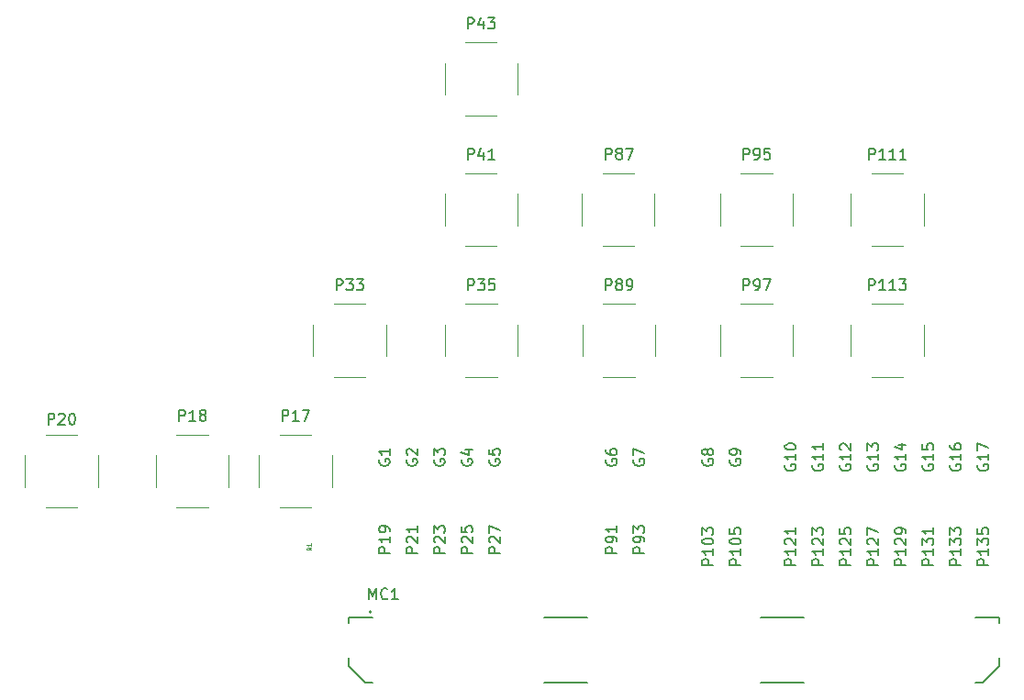
<source format=gbr>
%TF.GenerationSoftware,KiCad,Pcbnew,(6.0.8)*%
%TF.CreationDate,2022-10-28T14:48:27+02:00*%
%TF.ProjectId,XEM8350-BRK-MC1,58454d38-3335-4302-9d42-524b2d4d4331,rev?*%
%TF.SameCoordinates,Original*%
%TF.FileFunction,Legend,Top*%
%TF.FilePolarity,Positive*%
%FSLAX46Y46*%
G04 Gerber Fmt 4.6, Leading zero omitted, Abs format (unit mm)*
G04 Created by KiCad (PCBNEW (6.0.8)) date 2022-10-28 14:48:27*
%MOMM*%
%LPD*%
G01*
G04 APERTURE LIST*
%ADD10C,0.098425*%
%ADD11C,0.150000*%
%ADD12C,0.200000*%
%ADD13C,0.120000*%
G04 APERTURE END LIST*
D10*
%TO.C,R1*%
X115113102Y-125160616D02*
X114925626Y-125291850D01*
X115113102Y-125385588D02*
X114719401Y-125385588D01*
X114719401Y-125235607D01*
X114738149Y-125198112D01*
X114756897Y-125179364D01*
X114794392Y-125160616D01*
X114850635Y-125160616D01*
X114888130Y-125179364D01*
X114906878Y-125198112D01*
X114925626Y-125235607D01*
X114925626Y-125385588D01*
X115113102Y-124785663D02*
X115113102Y-125010635D01*
X115113102Y-124898149D02*
X114719401Y-124898149D01*
X114775644Y-124935644D01*
X114813140Y-124973140D01*
X114831887Y-125010635D01*
D11*
%TO.C,MC1*%
X120455476Y-129937380D02*
X120455476Y-128937380D01*
X120788809Y-129651666D01*
X121122142Y-128937380D01*
X121122142Y-129937380D01*
X122169761Y-129842142D02*
X122122142Y-129889761D01*
X121979285Y-129937380D01*
X121884047Y-129937380D01*
X121741190Y-129889761D01*
X121645952Y-129794523D01*
X121598333Y-129699285D01*
X121550714Y-129508809D01*
X121550714Y-129365952D01*
X121598333Y-129175476D01*
X121645952Y-129080238D01*
X121741190Y-128985000D01*
X121884047Y-128937380D01*
X121979285Y-128937380D01*
X122122142Y-128985000D01*
X122169761Y-129032619D01*
X123122142Y-129937380D02*
X122550714Y-129937380D01*
X122836428Y-129937380D02*
X122836428Y-128937380D01*
X122741190Y-129080238D01*
X122645952Y-129175476D01*
X122550714Y-129223095D01*
%TO.C,P20*%
X90860714Y-113812380D02*
X90860714Y-112812380D01*
X91241666Y-112812380D01*
X91336904Y-112860000D01*
X91384523Y-112907619D01*
X91432142Y-113002857D01*
X91432142Y-113145714D01*
X91384523Y-113240952D01*
X91336904Y-113288571D01*
X91241666Y-113336190D01*
X90860714Y-113336190D01*
X91813095Y-112907619D02*
X91860714Y-112860000D01*
X91955952Y-112812380D01*
X92194047Y-112812380D01*
X92289285Y-112860000D01*
X92336904Y-112907619D01*
X92384523Y-113002857D01*
X92384523Y-113098095D01*
X92336904Y-113240952D01*
X91765476Y-113812380D01*
X92384523Y-113812380D01*
X93003571Y-112812380D02*
X93098809Y-112812380D01*
X93194047Y-112860000D01*
X93241666Y-112907619D01*
X93289285Y-113002857D01*
X93336904Y-113193333D01*
X93336904Y-113431428D01*
X93289285Y-113621904D01*
X93241666Y-113717142D01*
X93194047Y-113764761D01*
X93098809Y-113812380D01*
X93003571Y-113812380D01*
X92908333Y-113764761D01*
X92860714Y-113717142D01*
X92813095Y-113621904D01*
X92765476Y-113431428D01*
X92765476Y-113193333D01*
X92813095Y-113002857D01*
X92860714Y-112907619D01*
X92908333Y-112860000D01*
X93003571Y-112812380D01*
%TO.C,P25*%
X129992380Y-125674285D02*
X128992380Y-125674285D01*
X128992380Y-125293333D01*
X129040000Y-125198095D01*
X129087619Y-125150476D01*
X129182857Y-125102857D01*
X129325714Y-125102857D01*
X129420952Y-125150476D01*
X129468571Y-125198095D01*
X129516190Y-125293333D01*
X129516190Y-125674285D01*
X129087619Y-124721904D02*
X129040000Y-124674285D01*
X128992380Y-124579047D01*
X128992380Y-124340952D01*
X129040000Y-124245714D01*
X129087619Y-124198095D01*
X129182857Y-124150476D01*
X129278095Y-124150476D01*
X129420952Y-124198095D01*
X129992380Y-124769523D01*
X129992380Y-124150476D01*
X128992380Y-123245714D02*
X128992380Y-123721904D01*
X129468571Y-123769523D01*
X129420952Y-123721904D01*
X129373333Y-123626666D01*
X129373333Y-123388571D01*
X129420952Y-123293333D01*
X129468571Y-123245714D01*
X129563809Y-123198095D01*
X129801904Y-123198095D01*
X129897142Y-123245714D01*
X129944761Y-123293333D01*
X129992380Y-123388571D01*
X129992380Y-123626666D01*
X129944761Y-123721904D01*
X129897142Y-123769523D01*
%TO.C,P87*%
X142295714Y-89352380D02*
X142295714Y-88352380D01*
X142676666Y-88352380D01*
X142771904Y-88400000D01*
X142819523Y-88447619D01*
X142867142Y-88542857D01*
X142867142Y-88685714D01*
X142819523Y-88780952D01*
X142771904Y-88828571D01*
X142676666Y-88876190D01*
X142295714Y-88876190D01*
X143438571Y-88780952D02*
X143343333Y-88733333D01*
X143295714Y-88685714D01*
X143248095Y-88590476D01*
X143248095Y-88542857D01*
X143295714Y-88447619D01*
X143343333Y-88400000D01*
X143438571Y-88352380D01*
X143629047Y-88352380D01*
X143724285Y-88400000D01*
X143771904Y-88447619D01*
X143819523Y-88542857D01*
X143819523Y-88590476D01*
X143771904Y-88685714D01*
X143724285Y-88733333D01*
X143629047Y-88780952D01*
X143438571Y-88780952D01*
X143343333Y-88828571D01*
X143295714Y-88876190D01*
X143248095Y-88971428D01*
X143248095Y-89161904D01*
X143295714Y-89257142D01*
X143343333Y-89304761D01*
X143438571Y-89352380D01*
X143629047Y-89352380D01*
X143724285Y-89304761D01*
X143771904Y-89257142D01*
X143819523Y-89161904D01*
X143819523Y-88971428D01*
X143771904Y-88876190D01*
X143724285Y-88828571D01*
X143629047Y-88780952D01*
X144152857Y-88352380D02*
X144819523Y-88352380D01*
X144390952Y-89352380D01*
%TO.C,G3*%
X126500000Y-117054285D02*
X126452380Y-117149523D01*
X126452380Y-117292380D01*
X126500000Y-117435238D01*
X126595238Y-117530476D01*
X126690476Y-117578095D01*
X126880952Y-117625714D01*
X127023809Y-117625714D01*
X127214285Y-117578095D01*
X127309523Y-117530476D01*
X127404761Y-117435238D01*
X127452380Y-117292380D01*
X127452380Y-117197142D01*
X127404761Y-117054285D01*
X127357142Y-117006666D01*
X127023809Y-117006666D01*
X127023809Y-117197142D01*
X126452380Y-116673333D02*
X126452380Y-116054285D01*
X126833333Y-116387619D01*
X126833333Y-116244761D01*
X126880952Y-116149523D01*
X126928571Y-116101904D01*
X127023809Y-116054285D01*
X127261904Y-116054285D01*
X127357142Y-116101904D01*
X127404761Y-116149523D01*
X127452380Y-116244761D01*
X127452380Y-116530476D01*
X127404761Y-116625714D01*
X127357142Y-116673333D01*
%TO.C,G6*%
X142375000Y-117054285D02*
X142327380Y-117149523D01*
X142327380Y-117292380D01*
X142375000Y-117435238D01*
X142470238Y-117530476D01*
X142565476Y-117578095D01*
X142755952Y-117625714D01*
X142898809Y-117625714D01*
X143089285Y-117578095D01*
X143184523Y-117530476D01*
X143279761Y-117435238D01*
X143327380Y-117292380D01*
X143327380Y-117197142D01*
X143279761Y-117054285D01*
X143232142Y-117006666D01*
X142898809Y-117006666D01*
X142898809Y-117197142D01*
X142327380Y-116149523D02*
X142327380Y-116340000D01*
X142375000Y-116435238D01*
X142422619Y-116482857D01*
X142565476Y-116578095D01*
X142755952Y-116625714D01*
X143136904Y-116625714D01*
X143232142Y-116578095D01*
X143279761Y-116530476D01*
X143327380Y-116435238D01*
X143327380Y-116244761D01*
X143279761Y-116149523D01*
X143232142Y-116101904D01*
X143136904Y-116054285D01*
X142898809Y-116054285D01*
X142803571Y-116101904D01*
X142755952Y-116149523D01*
X142708333Y-116244761D01*
X142708333Y-116435238D01*
X142755952Y-116530476D01*
X142803571Y-116578095D01*
X142898809Y-116625714D01*
%TO.C,P97*%
X155001343Y-101417380D02*
X155001343Y-100417380D01*
X155382295Y-100417380D01*
X155477533Y-100465000D01*
X155525152Y-100512619D01*
X155572771Y-100607857D01*
X155572771Y-100750714D01*
X155525152Y-100845952D01*
X155477533Y-100893571D01*
X155382295Y-100941190D01*
X155001343Y-100941190D01*
X156048962Y-101417380D02*
X156239438Y-101417380D01*
X156334676Y-101369761D01*
X156382295Y-101322142D01*
X156477533Y-101179285D01*
X156525152Y-100988809D01*
X156525152Y-100607857D01*
X156477533Y-100512619D01*
X156429914Y-100465000D01*
X156334676Y-100417380D01*
X156144200Y-100417380D01*
X156048962Y-100465000D01*
X156001343Y-100512619D01*
X155953724Y-100607857D01*
X155953724Y-100845952D01*
X156001343Y-100941190D01*
X156048962Y-100988809D01*
X156144200Y-101036428D01*
X156334676Y-101036428D01*
X156429914Y-100988809D01*
X156477533Y-100941190D01*
X156525152Y-100845952D01*
X156858486Y-100417380D02*
X157525152Y-100417380D01*
X157096581Y-101417380D01*
%TO.C,P121*%
X159837380Y-126785476D02*
X158837380Y-126785476D01*
X158837380Y-126404523D01*
X158885000Y-126309285D01*
X158932619Y-126261666D01*
X159027857Y-126214047D01*
X159170714Y-126214047D01*
X159265952Y-126261666D01*
X159313571Y-126309285D01*
X159361190Y-126404523D01*
X159361190Y-126785476D01*
X159837380Y-125261666D02*
X159837380Y-125833095D01*
X159837380Y-125547380D02*
X158837380Y-125547380D01*
X158980238Y-125642619D01*
X159075476Y-125737857D01*
X159123095Y-125833095D01*
X158932619Y-124880714D02*
X158885000Y-124833095D01*
X158837380Y-124737857D01*
X158837380Y-124499761D01*
X158885000Y-124404523D01*
X158932619Y-124356904D01*
X159027857Y-124309285D01*
X159123095Y-124309285D01*
X159265952Y-124356904D01*
X159837380Y-124928333D01*
X159837380Y-124309285D01*
X159837380Y-123356904D02*
X159837380Y-123928333D01*
X159837380Y-123642619D02*
X158837380Y-123642619D01*
X158980238Y-123737857D01*
X159075476Y-123833095D01*
X159123095Y-123928333D01*
%TO.C,P131*%
X172537380Y-126785476D02*
X171537380Y-126785476D01*
X171537380Y-126404523D01*
X171585000Y-126309285D01*
X171632619Y-126261666D01*
X171727857Y-126214047D01*
X171870714Y-126214047D01*
X171965952Y-126261666D01*
X172013571Y-126309285D01*
X172061190Y-126404523D01*
X172061190Y-126785476D01*
X172537380Y-125261666D02*
X172537380Y-125833095D01*
X172537380Y-125547380D02*
X171537380Y-125547380D01*
X171680238Y-125642619D01*
X171775476Y-125737857D01*
X171823095Y-125833095D01*
X171537380Y-124928333D02*
X171537380Y-124309285D01*
X171918333Y-124642619D01*
X171918333Y-124499761D01*
X171965952Y-124404523D01*
X172013571Y-124356904D01*
X172108809Y-124309285D01*
X172346904Y-124309285D01*
X172442142Y-124356904D01*
X172489761Y-124404523D01*
X172537380Y-124499761D01*
X172537380Y-124785476D01*
X172489761Y-124880714D01*
X172442142Y-124928333D01*
X172537380Y-123356904D02*
X172537380Y-123928333D01*
X172537380Y-123642619D02*
X171537380Y-123642619D01*
X171680238Y-123737857D01*
X171775476Y-123833095D01*
X171823095Y-123928333D01*
%TO.C,P91*%
X143327380Y-125674285D02*
X142327380Y-125674285D01*
X142327380Y-125293333D01*
X142375000Y-125198095D01*
X142422619Y-125150476D01*
X142517857Y-125102857D01*
X142660714Y-125102857D01*
X142755952Y-125150476D01*
X142803571Y-125198095D01*
X142851190Y-125293333D01*
X142851190Y-125674285D01*
X143327380Y-124626666D02*
X143327380Y-124436190D01*
X143279761Y-124340952D01*
X143232142Y-124293333D01*
X143089285Y-124198095D01*
X142898809Y-124150476D01*
X142517857Y-124150476D01*
X142422619Y-124198095D01*
X142375000Y-124245714D01*
X142327380Y-124340952D01*
X142327380Y-124531428D01*
X142375000Y-124626666D01*
X142422619Y-124674285D01*
X142517857Y-124721904D01*
X142755952Y-124721904D01*
X142851190Y-124674285D01*
X142898809Y-124626666D01*
X142946428Y-124531428D01*
X142946428Y-124340952D01*
X142898809Y-124245714D01*
X142851190Y-124198095D01*
X142755952Y-124150476D01*
X143327380Y-123198095D02*
X143327380Y-123769523D01*
X143327380Y-123483809D02*
X142327380Y-123483809D01*
X142470238Y-123579047D01*
X142565476Y-123674285D01*
X142613095Y-123769523D01*
%TO.C,G5*%
X131580000Y-117054285D02*
X131532380Y-117149523D01*
X131532380Y-117292380D01*
X131580000Y-117435238D01*
X131675238Y-117530476D01*
X131770476Y-117578095D01*
X131960952Y-117625714D01*
X132103809Y-117625714D01*
X132294285Y-117578095D01*
X132389523Y-117530476D01*
X132484761Y-117435238D01*
X132532380Y-117292380D01*
X132532380Y-117197142D01*
X132484761Y-117054285D01*
X132437142Y-117006666D01*
X132103809Y-117006666D01*
X132103809Y-117197142D01*
X131532380Y-116101904D02*
X131532380Y-116578095D01*
X132008571Y-116625714D01*
X131960952Y-116578095D01*
X131913333Y-116482857D01*
X131913333Y-116244761D01*
X131960952Y-116149523D01*
X132008571Y-116101904D01*
X132103809Y-116054285D01*
X132341904Y-116054285D01*
X132437142Y-116101904D01*
X132484761Y-116149523D01*
X132532380Y-116244761D01*
X132532380Y-116482857D01*
X132484761Y-116578095D01*
X132437142Y-116625714D01*
%TO.C,P41*%
X129575398Y-89352380D02*
X129575398Y-88352380D01*
X129956350Y-88352380D01*
X130051588Y-88400000D01*
X130099207Y-88447619D01*
X130146826Y-88542857D01*
X130146826Y-88685714D01*
X130099207Y-88780952D01*
X130051588Y-88828571D01*
X129956350Y-88876190D01*
X129575398Y-88876190D01*
X131003969Y-88685714D02*
X131003969Y-89352380D01*
X130765874Y-88304761D02*
X130527779Y-89019047D01*
X131146826Y-89019047D01*
X132051588Y-89352380D02*
X131480160Y-89352380D01*
X131765874Y-89352380D02*
X131765874Y-88352380D01*
X131670636Y-88495238D01*
X131575398Y-88590476D01*
X131480160Y-88638095D01*
%TO.C,G10*%
X158885000Y-117530476D02*
X158837380Y-117625714D01*
X158837380Y-117768571D01*
X158885000Y-117911428D01*
X158980238Y-118006666D01*
X159075476Y-118054285D01*
X159265952Y-118101904D01*
X159408809Y-118101904D01*
X159599285Y-118054285D01*
X159694523Y-118006666D01*
X159789761Y-117911428D01*
X159837380Y-117768571D01*
X159837380Y-117673333D01*
X159789761Y-117530476D01*
X159742142Y-117482857D01*
X159408809Y-117482857D01*
X159408809Y-117673333D01*
X159837380Y-116530476D02*
X159837380Y-117101904D01*
X159837380Y-116816190D02*
X158837380Y-116816190D01*
X158980238Y-116911428D01*
X159075476Y-117006666D01*
X159123095Y-117101904D01*
X158837380Y-115911428D02*
X158837380Y-115816190D01*
X158885000Y-115720952D01*
X158932619Y-115673333D01*
X159027857Y-115625714D01*
X159218333Y-115578095D01*
X159456428Y-115578095D01*
X159646904Y-115625714D01*
X159742142Y-115673333D01*
X159789761Y-115720952D01*
X159837380Y-115816190D01*
X159837380Y-115911428D01*
X159789761Y-116006666D01*
X159742142Y-116054285D01*
X159646904Y-116101904D01*
X159456428Y-116149523D01*
X159218333Y-116149523D01*
X159027857Y-116101904D01*
X158932619Y-116054285D01*
X158885000Y-116006666D01*
X158837380Y-115911428D01*
%TO.C,P17*%
X112450714Y-113482380D02*
X112450714Y-112482380D01*
X112831666Y-112482380D01*
X112926904Y-112530000D01*
X112974523Y-112577619D01*
X113022142Y-112672857D01*
X113022142Y-112815714D01*
X112974523Y-112910952D01*
X112926904Y-112958571D01*
X112831666Y-113006190D01*
X112450714Y-113006190D01*
X113974523Y-113482380D02*
X113403095Y-113482380D01*
X113688809Y-113482380D02*
X113688809Y-112482380D01*
X113593571Y-112625238D01*
X113498333Y-112720476D01*
X113403095Y-112768095D01*
X114307857Y-112482380D02*
X114974523Y-112482380D01*
X114545952Y-113482380D01*
%TO.C,P33*%
X117461964Y-101417380D02*
X117461964Y-100417380D01*
X117842916Y-100417380D01*
X117938154Y-100465000D01*
X117985773Y-100512619D01*
X118033392Y-100607857D01*
X118033392Y-100750714D01*
X117985773Y-100845952D01*
X117938154Y-100893571D01*
X117842916Y-100941190D01*
X117461964Y-100941190D01*
X118366726Y-100417380D02*
X118985773Y-100417380D01*
X118652440Y-100798333D01*
X118795297Y-100798333D01*
X118890535Y-100845952D01*
X118938154Y-100893571D01*
X118985773Y-100988809D01*
X118985773Y-101226904D01*
X118938154Y-101322142D01*
X118890535Y-101369761D01*
X118795297Y-101417380D01*
X118509583Y-101417380D01*
X118414345Y-101369761D01*
X118366726Y-101322142D01*
X119319107Y-100417380D02*
X119938154Y-100417380D01*
X119604821Y-100798333D01*
X119747678Y-100798333D01*
X119842916Y-100845952D01*
X119890535Y-100893571D01*
X119938154Y-100988809D01*
X119938154Y-101226904D01*
X119890535Y-101322142D01*
X119842916Y-101369761D01*
X119747678Y-101417380D01*
X119461964Y-101417380D01*
X119366726Y-101369761D01*
X119319107Y-101322142D01*
%TO.C,P123*%
X162377380Y-126785476D02*
X161377380Y-126785476D01*
X161377380Y-126404523D01*
X161425000Y-126309285D01*
X161472619Y-126261666D01*
X161567857Y-126214047D01*
X161710714Y-126214047D01*
X161805952Y-126261666D01*
X161853571Y-126309285D01*
X161901190Y-126404523D01*
X161901190Y-126785476D01*
X162377380Y-125261666D02*
X162377380Y-125833095D01*
X162377380Y-125547380D02*
X161377380Y-125547380D01*
X161520238Y-125642619D01*
X161615476Y-125737857D01*
X161663095Y-125833095D01*
X161472619Y-124880714D02*
X161425000Y-124833095D01*
X161377380Y-124737857D01*
X161377380Y-124499761D01*
X161425000Y-124404523D01*
X161472619Y-124356904D01*
X161567857Y-124309285D01*
X161663095Y-124309285D01*
X161805952Y-124356904D01*
X162377380Y-124928333D01*
X162377380Y-124309285D01*
X161377380Y-123975952D02*
X161377380Y-123356904D01*
X161758333Y-123690238D01*
X161758333Y-123547380D01*
X161805952Y-123452142D01*
X161853571Y-123404523D01*
X161948809Y-123356904D01*
X162186904Y-123356904D01*
X162282142Y-123404523D01*
X162329761Y-123452142D01*
X162377380Y-123547380D01*
X162377380Y-123833095D01*
X162329761Y-123928333D01*
X162282142Y-123975952D01*
%TO.C,P89*%
X142295714Y-101417380D02*
X142295714Y-100417380D01*
X142676666Y-100417380D01*
X142771904Y-100465000D01*
X142819523Y-100512619D01*
X142867142Y-100607857D01*
X142867142Y-100750714D01*
X142819523Y-100845952D01*
X142771904Y-100893571D01*
X142676666Y-100941190D01*
X142295714Y-100941190D01*
X143438571Y-100845952D02*
X143343333Y-100798333D01*
X143295714Y-100750714D01*
X143248095Y-100655476D01*
X143248095Y-100607857D01*
X143295714Y-100512619D01*
X143343333Y-100465000D01*
X143438571Y-100417380D01*
X143629047Y-100417380D01*
X143724285Y-100465000D01*
X143771904Y-100512619D01*
X143819523Y-100607857D01*
X143819523Y-100655476D01*
X143771904Y-100750714D01*
X143724285Y-100798333D01*
X143629047Y-100845952D01*
X143438571Y-100845952D01*
X143343333Y-100893571D01*
X143295714Y-100941190D01*
X143248095Y-101036428D01*
X143248095Y-101226904D01*
X143295714Y-101322142D01*
X143343333Y-101369761D01*
X143438571Y-101417380D01*
X143629047Y-101417380D01*
X143724285Y-101369761D01*
X143771904Y-101322142D01*
X143819523Y-101226904D01*
X143819523Y-101036428D01*
X143771904Y-100941190D01*
X143724285Y-100893571D01*
X143629047Y-100845952D01*
X144295714Y-101417380D02*
X144486190Y-101417380D01*
X144581428Y-101369761D01*
X144629047Y-101322142D01*
X144724285Y-101179285D01*
X144771904Y-100988809D01*
X144771904Y-100607857D01*
X144724285Y-100512619D01*
X144676666Y-100465000D01*
X144581428Y-100417380D01*
X144390952Y-100417380D01*
X144295714Y-100465000D01*
X144248095Y-100512619D01*
X144200476Y-100607857D01*
X144200476Y-100845952D01*
X144248095Y-100941190D01*
X144295714Y-100988809D01*
X144390952Y-101036428D01*
X144581428Y-101036428D01*
X144676666Y-100988809D01*
X144724285Y-100941190D01*
X144771904Y-100845952D01*
%TO.C,G12*%
X163965000Y-117530476D02*
X163917380Y-117625714D01*
X163917380Y-117768571D01*
X163965000Y-117911428D01*
X164060238Y-118006666D01*
X164155476Y-118054285D01*
X164345952Y-118101904D01*
X164488809Y-118101904D01*
X164679285Y-118054285D01*
X164774523Y-118006666D01*
X164869761Y-117911428D01*
X164917380Y-117768571D01*
X164917380Y-117673333D01*
X164869761Y-117530476D01*
X164822142Y-117482857D01*
X164488809Y-117482857D01*
X164488809Y-117673333D01*
X164917380Y-116530476D02*
X164917380Y-117101904D01*
X164917380Y-116816190D02*
X163917380Y-116816190D01*
X164060238Y-116911428D01*
X164155476Y-117006666D01*
X164203095Y-117101904D01*
X164012619Y-116149523D02*
X163965000Y-116101904D01*
X163917380Y-116006666D01*
X163917380Y-115768571D01*
X163965000Y-115673333D01*
X164012619Y-115625714D01*
X164107857Y-115578095D01*
X164203095Y-115578095D01*
X164345952Y-115625714D01*
X164917380Y-116197142D01*
X164917380Y-115578095D01*
%TO.C,G8*%
X151265000Y-117054285D02*
X151217380Y-117149523D01*
X151217380Y-117292380D01*
X151265000Y-117435238D01*
X151360238Y-117530476D01*
X151455476Y-117578095D01*
X151645952Y-117625714D01*
X151788809Y-117625714D01*
X151979285Y-117578095D01*
X152074523Y-117530476D01*
X152169761Y-117435238D01*
X152217380Y-117292380D01*
X152217380Y-117197142D01*
X152169761Y-117054285D01*
X152122142Y-117006666D01*
X151788809Y-117006666D01*
X151788809Y-117197142D01*
X151645952Y-116435238D02*
X151598333Y-116530476D01*
X151550714Y-116578095D01*
X151455476Y-116625714D01*
X151407857Y-116625714D01*
X151312619Y-116578095D01*
X151265000Y-116530476D01*
X151217380Y-116435238D01*
X151217380Y-116244761D01*
X151265000Y-116149523D01*
X151312619Y-116101904D01*
X151407857Y-116054285D01*
X151455476Y-116054285D01*
X151550714Y-116101904D01*
X151598333Y-116149523D01*
X151645952Y-116244761D01*
X151645952Y-116435238D01*
X151693571Y-116530476D01*
X151741190Y-116578095D01*
X151836428Y-116625714D01*
X152026904Y-116625714D01*
X152122142Y-116578095D01*
X152169761Y-116530476D01*
X152217380Y-116435238D01*
X152217380Y-116244761D01*
X152169761Y-116149523D01*
X152122142Y-116101904D01*
X152026904Y-116054285D01*
X151836428Y-116054285D01*
X151741190Y-116101904D01*
X151693571Y-116149523D01*
X151645952Y-116244761D01*
%TO.C,G9*%
X153805000Y-117054285D02*
X153757380Y-117149523D01*
X153757380Y-117292380D01*
X153805000Y-117435238D01*
X153900238Y-117530476D01*
X153995476Y-117578095D01*
X154185952Y-117625714D01*
X154328809Y-117625714D01*
X154519285Y-117578095D01*
X154614523Y-117530476D01*
X154709761Y-117435238D01*
X154757380Y-117292380D01*
X154757380Y-117197142D01*
X154709761Y-117054285D01*
X154662142Y-117006666D01*
X154328809Y-117006666D01*
X154328809Y-117197142D01*
X154757380Y-116530476D02*
X154757380Y-116340000D01*
X154709761Y-116244761D01*
X154662142Y-116197142D01*
X154519285Y-116101904D01*
X154328809Y-116054285D01*
X153947857Y-116054285D01*
X153852619Y-116101904D01*
X153805000Y-116149523D01*
X153757380Y-116244761D01*
X153757380Y-116435238D01*
X153805000Y-116530476D01*
X153852619Y-116578095D01*
X153947857Y-116625714D01*
X154185952Y-116625714D01*
X154281190Y-116578095D01*
X154328809Y-116530476D01*
X154376428Y-116435238D01*
X154376428Y-116244761D01*
X154328809Y-116149523D01*
X154281190Y-116101904D01*
X154185952Y-116054285D01*
%TO.C,P111*%
X166584523Y-89352380D02*
X166584523Y-88352380D01*
X166965476Y-88352380D01*
X167060714Y-88400000D01*
X167108333Y-88447619D01*
X167155952Y-88542857D01*
X167155952Y-88685714D01*
X167108333Y-88780952D01*
X167060714Y-88828571D01*
X166965476Y-88876190D01*
X166584523Y-88876190D01*
X168108333Y-89352380D02*
X167536904Y-89352380D01*
X167822619Y-89352380D02*
X167822619Y-88352380D01*
X167727380Y-88495238D01*
X167632142Y-88590476D01*
X167536904Y-88638095D01*
X169060714Y-89352380D02*
X168489285Y-89352380D01*
X168775000Y-89352380D02*
X168775000Y-88352380D01*
X168679761Y-88495238D01*
X168584523Y-88590476D01*
X168489285Y-88638095D01*
X170013095Y-89352380D02*
X169441666Y-89352380D01*
X169727380Y-89352380D02*
X169727380Y-88352380D01*
X169632142Y-88495238D01*
X169536904Y-88590476D01*
X169441666Y-88638095D01*
%TO.C,G15*%
X171585000Y-117530476D02*
X171537380Y-117625714D01*
X171537380Y-117768571D01*
X171585000Y-117911428D01*
X171680238Y-118006666D01*
X171775476Y-118054285D01*
X171965952Y-118101904D01*
X172108809Y-118101904D01*
X172299285Y-118054285D01*
X172394523Y-118006666D01*
X172489761Y-117911428D01*
X172537380Y-117768571D01*
X172537380Y-117673333D01*
X172489761Y-117530476D01*
X172442142Y-117482857D01*
X172108809Y-117482857D01*
X172108809Y-117673333D01*
X172537380Y-116530476D02*
X172537380Y-117101904D01*
X172537380Y-116816190D02*
X171537380Y-116816190D01*
X171680238Y-116911428D01*
X171775476Y-117006666D01*
X171823095Y-117101904D01*
X171537380Y-115625714D02*
X171537380Y-116101904D01*
X172013571Y-116149523D01*
X171965952Y-116101904D01*
X171918333Y-116006666D01*
X171918333Y-115768571D01*
X171965952Y-115673333D01*
X172013571Y-115625714D01*
X172108809Y-115578095D01*
X172346904Y-115578095D01*
X172442142Y-115625714D01*
X172489761Y-115673333D01*
X172537380Y-115768571D01*
X172537380Y-116006666D01*
X172489761Y-116101904D01*
X172442142Y-116149523D01*
%TO.C,G17*%
X176665000Y-117530476D02*
X176617380Y-117625714D01*
X176617380Y-117768571D01*
X176665000Y-117911428D01*
X176760238Y-118006666D01*
X176855476Y-118054285D01*
X177045952Y-118101904D01*
X177188809Y-118101904D01*
X177379285Y-118054285D01*
X177474523Y-118006666D01*
X177569761Y-117911428D01*
X177617380Y-117768571D01*
X177617380Y-117673333D01*
X177569761Y-117530476D01*
X177522142Y-117482857D01*
X177188809Y-117482857D01*
X177188809Y-117673333D01*
X177617380Y-116530476D02*
X177617380Y-117101904D01*
X177617380Y-116816190D02*
X176617380Y-116816190D01*
X176760238Y-116911428D01*
X176855476Y-117006666D01*
X176903095Y-117101904D01*
X176617380Y-116197142D02*
X176617380Y-115530476D01*
X177617380Y-115959047D01*
%TO.C,P135*%
X177617380Y-126785476D02*
X176617380Y-126785476D01*
X176617380Y-126404523D01*
X176665000Y-126309285D01*
X176712619Y-126261666D01*
X176807857Y-126214047D01*
X176950714Y-126214047D01*
X177045952Y-126261666D01*
X177093571Y-126309285D01*
X177141190Y-126404523D01*
X177141190Y-126785476D01*
X177617380Y-125261666D02*
X177617380Y-125833095D01*
X177617380Y-125547380D02*
X176617380Y-125547380D01*
X176760238Y-125642619D01*
X176855476Y-125737857D01*
X176903095Y-125833095D01*
X176617380Y-124928333D02*
X176617380Y-124309285D01*
X176998333Y-124642619D01*
X176998333Y-124499761D01*
X177045952Y-124404523D01*
X177093571Y-124356904D01*
X177188809Y-124309285D01*
X177426904Y-124309285D01*
X177522142Y-124356904D01*
X177569761Y-124404523D01*
X177617380Y-124499761D01*
X177617380Y-124785476D01*
X177569761Y-124880714D01*
X177522142Y-124928333D01*
X176617380Y-123404523D02*
X176617380Y-123880714D01*
X177093571Y-123928333D01*
X177045952Y-123880714D01*
X176998333Y-123785476D01*
X176998333Y-123547380D01*
X177045952Y-123452142D01*
X177093571Y-123404523D01*
X177188809Y-123356904D01*
X177426904Y-123356904D01*
X177522142Y-123404523D01*
X177569761Y-123452142D01*
X177617380Y-123547380D01*
X177617380Y-123785476D01*
X177569761Y-123880714D01*
X177522142Y-123928333D01*
%TO.C,P133*%
X175077380Y-126785476D02*
X174077380Y-126785476D01*
X174077380Y-126404523D01*
X174125000Y-126309285D01*
X174172619Y-126261666D01*
X174267857Y-126214047D01*
X174410714Y-126214047D01*
X174505952Y-126261666D01*
X174553571Y-126309285D01*
X174601190Y-126404523D01*
X174601190Y-126785476D01*
X175077380Y-125261666D02*
X175077380Y-125833095D01*
X175077380Y-125547380D02*
X174077380Y-125547380D01*
X174220238Y-125642619D01*
X174315476Y-125737857D01*
X174363095Y-125833095D01*
X174077380Y-124928333D02*
X174077380Y-124309285D01*
X174458333Y-124642619D01*
X174458333Y-124499761D01*
X174505952Y-124404523D01*
X174553571Y-124356904D01*
X174648809Y-124309285D01*
X174886904Y-124309285D01*
X174982142Y-124356904D01*
X175029761Y-124404523D01*
X175077380Y-124499761D01*
X175077380Y-124785476D01*
X175029761Y-124880714D01*
X174982142Y-124928333D01*
X174077380Y-123975952D02*
X174077380Y-123356904D01*
X174458333Y-123690238D01*
X174458333Y-123547380D01*
X174505952Y-123452142D01*
X174553571Y-123404523D01*
X174648809Y-123356904D01*
X174886904Y-123356904D01*
X174982142Y-123404523D01*
X175029761Y-123452142D01*
X175077380Y-123547380D01*
X175077380Y-123833095D01*
X175029761Y-123928333D01*
X174982142Y-123975952D01*
%TO.C,G16*%
X174125000Y-117530476D02*
X174077380Y-117625714D01*
X174077380Y-117768571D01*
X174125000Y-117911428D01*
X174220238Y-118006666D01*
X174315476Y-118054285D01*
X174505952Y-118101904D01*
X174648809Y-118101904D01*
X174839285Y-118054285D01*
X174934523Y-118006666D01*
X175029761Y-117911428D01*
X175077380Y-117768571D01*
X175077380Y-117673333D01*
X175029761Y-117530476D01*
X174982142Y-117482857D01*
X174648809Y-117482857D01*
X174648809Y-117673333D01*
X175077380Y-116530476D02*
X175077380Y-117101904D01*
X175077380Y-116816190D02*
X174077380Y-116816190D01*
X174220238Y-116911428D01*
X174315476Y-117006666D01*
X174363095Y-117101904D01*
X174077380Y-115673333D02*
X174077380Y-115863809D01*
X174125000Y-115959047D01*
X174172619Y-116006666D01*
X174315476Y-116101904D01*
X174505952Y-116149523D01*
X174886904Y-116149523D01*
X174982142Y-116101904D01*
X175029761Y-116054285D01*
X175077380Y-115959047D01*
X175077380Y-115768571D01*
X175029761Y-115673333D01*
X174982142Y-115625714D01*
X174886904Y-115578095D01*
X174648809Y-115578095D01*
X174553571Y-115625714D01*
X174505952Y-115673333D01*
X174458333Y-115768571D01*
X174458333Y-115959047D01*
X174505952Y-116054285D01*
X174553571Y-116101904D01*
X174648809Y-116149523D01*
%TO.C,P43*%
X129575398Y-77287380D02*
X129575398Y-76287380D01*
X129956350Y-76287380D01*
X130051588Y-76335000D01*
X130099207Y-76382619D01*
X130146826Y-76477857D01*
X130146826Y-76620714D01*
X130099207Y-76715952D01*
X130051588Y-76763571D01*
X129956350Y-76811190D01*
X129575398Y-76811190D01*
X131003969Y-76620714D02*
X131003969Y-77287380D01*
X130765874Y-76239761D02*
X130527779Y-76954047D01*
X131146826Y-76954047D01*
X131432541Y-76287380D02*
X132051588Y-76287380D01*
X131718255Y-76668333D01*
X131861112Y-76668333D01*
X131956350Y-76715952D01*
X132003969Y-76763571D01*
X132051588Y-76858809D01*
X132051588Y-77096904D01*
X132003969Y-77192142D01*
X131956350Y-77239761D01*
X131861112Y-77287380D01*
X131575398Y-77287380D01*
X131480160Y-77239761D01*
X131432541Y-77192142D01*
%TO.C,P129*%
X169997380Y-126785476D02*
X168997380Y-126785476D01*
X168997380Y-126404523D01*
X169045000Y-126309285D01*
X169092619Y-126261666D01*
X169187857Y-126214047D01*
X169330714Y-126214047D01*
X169425952Y-126261666D01*
X169473571Y-126309285D01*
X169521190Y-126404523D01*
X169521190Y-126785476D01*
X169997380Y-125261666D02*
X169997380Y-125833095D01*
X169997380Y-125547380D02*
X168997380Y-125547380D01*
X169140238Y-125642619D01*
X169235476Y-125737857D01*
X169283095Y-125833095D01*
X169092619Y-124880714D02*
X169045000Y-124833095D01*
X168997380Y-124737857D01*
X168997380Y-124499761D01*
X169045000Y-124404523D01*
X169092619Y-124356904D01*
X169187857Y-124309285D01*
X169283095Y-124309285D01*
X169425952Y-124356904D01*
X169997380Y-124928333D01*
X169997380Y-124309285D01*
X169997380Y-123833095D02*
X169997380Y-123642619D01*
X169949761Y-123547380D01*
X169902142Y-123499761D01*
X169759285Y-123404523D01*
X169568809Y-123356904D01*
X169187857Y-123356904D01*
X169092619Y-123404523D01*
X169045000Y-123452142D01*
X168997380Y-123547380D01*
X168997380Y-123737857D01*
X169045000Y-123833095D01*
X169092619Y-123880714D01*
X169187857Y-123928333D01*
X169425952Y-123928333D01*
X169521190Y-123880714D01*
X169568809Y-123833095D01*
X169616428Y-123737857D01*
X169616428Y-123547380D01*
X169568809Y-123452142D01*
X169521190Y-123404523D01*
X169425952Y-123356904D01*
%TO.C,P21*%
X124912380Y-125674285D02*
X123912380Y-125674285D01*
X123912380Y-125293333D01*
X123960000Y-125198095D01*
X124007619Y-125150476D01*
X124102857Y-125102857D01*
X124245714Y-125102857D01*
X124340952Y-125150476D01*
X124388571Y-125198095D01*
X124436190Y-125293333D01*
X124436190Y-125674285D01*
X124007619Y-124721904D02*
X123960000Y-124674285D01*
X123912380Y-124579047D01*
X123912380Y-124340952D01*
X123960000Y-124245714D01*
X124007619Y-124198095D01*
X124102857Y-124150476D01*
X124198095Y-124150476D01*
X124340952Y-124198095D01*
X124912380Y-124769523D01*
X124912380Y-124150476D01*
X124912380Y-123198095D02*
X124912380Y-123769523D01*
X124912380Y-123483809D02*
X123912380Y-123483809D01*
X124055238Y-123579047D01*
X124150476Y-123674285D01*
X124198095Y-123769523D01*
%TO.C,G7*%
X144915000Y-117054285D02*
X144867380Y-117149523D01*
X144867380Y-117292380D01*
X144915000Y-117435238D01*
X145010238Y-117530476D01*
X145105476Y-117578095D01*
X145295952Y-117625714D01*
X145438809Y-117625714D01*
X145629285Y-117578095D01*
X145724523Y-117530476D01*
X145819761Y-117435238D01*
X145867380Y-117292380D01*
X145867380Y-117197142D01*
X145819761Y-117054285D01*
X145772142Y-117006666D01*
X145438809Y-117006666D01*
X145438809Y-117197142D01*
X144867380Y-116673333D02*
X144867380Y-116006666D01*
X145867380Y-116435238D01*
%TO.C,G14*%
X169045000Y-117530476D02*
X168997380Y-117625714D01*
X168997380Y-117768571D01*
X169045000Y-117911428D01*
X169140238Y-118006666D01*
X169235476Y-118054285D01*
X169425952Y-118101904D01*
X169568809Y-118101904D01*
X169759285Y-118054285D01*
X169854523Y-118006666D01*
X169949761Y-117911428D01*
X169997380Y-117768571D01*
X169997380Y-117673333D01*
X169949761Y-117530476D01*
X169902142Y-117482857D01*
X169568809Y-117482857D01*
X169568809Y-117673333D01*
X169997380Y-116530476D02*
X169997380Y-117101904D01*
X169997380Y-116816190D02*
X168997380Y-116816190D01*
X169140238Y-116911428D01*
X169235476Y-117006666D01*
X169283095Y-117101904D01*
X169330714Y-115673333D02*
X169997380Y-115673333D01*
X168949761Y-115911428D02*
X169664047Y-116149523D01*
X169664047Y-115530476D01*
%TO.C,P18*%
X102925714Y-113482380D02*
X102925714Y-112482380D01*
X103306666Y-112482380D01*
X103401904Y-112530000D01*
X103449523Y-112577619D01*
X103497142Y-112672857D01*
X103497142Y-112815714D01*
X103449523Y-112910952D01*
X103401904Y-112958571D01*
X103306666Y-113006190D01*
X102925714Y-113006190D01*
X104449523Y-113482380D02*
X103878095Y-113482380D01*
X104163809Y-113482380D02*
X104163809Y-112482380D01*
X104068571Y-112625238D01*
X103973333Y-112720476D01*
X103878095Y-112768095D01*
X105020952Y-112910952D02*
X104925714Y-112863333D01*
X104878095Y-112815714D01*
X104830476Y-112720476D01*
X104830476Y-112672857D01*
X104878095Y-112577619D01*
X104925714Y-112530000D01*
X105020952Y-112482380D01*
X105211428Y-112482380D01*
X105306666Y-112530000D01*
X105354285Y-112577619D01*
X105401904Y-112672857D01*
X105401904Y-112720476D01*
X105354285Y-112815714D01*
X105306666Y-112863333D01*
X105211428Y-112910952D01*
X105020952Y-112910952D01*
X104925714Y-112958571D01*
X104878095Y-113006190D01*
X104830476Y-113101428D01*
X104830476Y-113291904D01*
X104878095Y-113387142D01*
X104925714Y-113434761D01*
X105020952Y-113482380D01*
X105211428Y-113482380D01*
X105306666Y-113434761D01*
X105354285Y-113387142D01*
X105401904Y-113291904D01*
X105401904Y-113101428D01*
X105354285Y-113006190D01*
X105306666Y-112958571D01*
X105211428Y-112910952D01*
%TO.C,P35*%
X129595714Y-101417380D02*
X129595714Y-100417380D01*
X129976666Y-100417380D01*
X130071904Y-100465000D01*
X130119523Y-100512619D01*
X130167142Y-100607857D01*
X130167142Y-100750714D01*
X130119523Y-100845952D01*
X130071904Y-100893571D01*
X129976666Y-100941190D01*
X129595714Y-100941190D01*
X130500476Y-100417380D02*
X131119523Y-100417380D01*
X130786190Y-100798333D01*
X130929047Y-100798333D01*
X131024285Y-100845952D01*
X131071904Y-100893571D01*
X131119523Y-100988809D01*
X131119523Y-101226904D01*
X131071904Y-101322142D01*
X131024285Y-101369761D01*
X130929047Y-101417380D01*
X130643333Y-101417380D01*
X130548095Y-101369761D01*
X130500476Y-101322142D01*
X132024285Y-100417380D02*
X131548095Y-100417380D01*
X131500476Y-100893571D01*
X131548095Y-100845952D01*
X131643333Y-100798333D01*
X131881428Y-100798333D01*
X131976666Y-100845952D01*
X132024285Y-100893571D01*
X132071904Y-100988809D01*
X132071904Y-101226904D01*
X132024285Y-101322142D01*
X131976666Y-101369761D01*
X131881428Y-101417380D01*
X131643333Y-101417380D01*
X131548095Y-101369761D01*
X131500476Y-101322142D01*
%TO.C,G2*%
X123960000Y-117054285D02*
X123912380Y-117149523D01*
X123912380Y-117292380D01*
X123960000Y-117435238D01*
X124055238Y-117530476D01*
X124150476Y-117578095D01*
X124340952Y-117625714D01*
X124483809Y-117625714D01*
X124674285Y-117578095D01*
X124769523Y-117530476D01*
X124864761Y-117435238D01*
X124912380Y-117292380D01*
X124912380Y-117197142D01*
X124864761Y-117054285D01*
X124817142Y-117006666D01*
X124483809Y-117006666D01*
X124483809Y-117197142D01*
X124007619Y-116625714D02*
X123960000Y-116578095D01*
X123912380Y-116482857D01*
X123912380Y-116244761D01*
X123960000Y-116149523D01*
X124007619Y-116101904D01*
X124102857Y-116054285D01*
X124198095Y-116054285D01*
X124340952Y-116101904D01*
X124912380Y-116673333D01*
X124912380Y-116054285D01*
%TO.C,P125*%
X164917380Y-126785476D02*
X163917380Y-126785476D01*
X163917380Y-126404523D01*
X163965000Y-126309285D01*
X164012619Y-126261666D01*
X164107857Y-126214047D01*
X164250714Y-126214047D01*
X164345952Y-126261666D01*
X164393571Y-126309285D01*
X164441190Y-126404523D01*
X164441190Y-126785476D01*
X164917380Y-125261666D02*
X164917380Y-125833095D01*
X164917380Y-125547380D02*
X163917380Y-125547380D01*
X164060238Y-125642619D01*
X164155476Y-125737857D01*
X164203095Y-125833095D01*
X164012619Y-124880714D02*
X163965000Y-124833095D01*
X163917380Y-124737857D01*
X163917380Y-124499761D01*
X163965000Y-124404523D01*
X164012619Y-124356904D01*
X164107857Y-124309285D01*
X164203095Y-124309285D01*
X164345952Y-124356904D01*
X164917380Y-124928333D01*
X164917380Y-124309285D01*
X163917380Y-123404523D02*
X163917380Y-123880714D01*
X164393571Y-123928333D01*
X164345952Y-123880714D01*
X164298333Y-123785476D01*
X164298333Y-123547380D01*
X164345952Y-123452142D01*
X164393571Y-123404523D01*
X164488809Y-123356904D01*
X164726904Y-123356904D01*
X164822142Y-123404523D01*
X164869761Y-123452142D01*
X164917380Y-123547380D01*
X164917380Y-123785476D01*
X164869761Y-123880714D01*
X164822142Y-123928333D01*
%TO.C,P95*%
X154995714Y-89352380D02*
X154995714Y-88352380D01*
X155376666Y-88352380D01*
X155471904Y-88400000D01*
X155519523Y-88447619D01*
X155567142Y-88542857D01*
X155567142Y-88685714D01*
X155519523Y-88780952D01*
X155471904Y-88828571D01*
X155376666Y-88876190D01*
X154995714Y-88876190D01*
X156043333Y-89352380D02*
X156233809Y-89352380D01*
X156329047Y-89304761D01*
X156376666Y-89257142D01*
X156471904Y-89114285D01*
X156519523Y-88923809D01*
X156519523Y-88542857D01*
X156471904Y-88447619D01*
X156424285Y-88400000D01*
X156329047Y-88352380D01*
X156138571Y-88352380D01*
X156043333Y-88400000D01*
X155995714Y-88447619D01*
X155948095Y-88542857D01*
X155948095Y-88780952D01*
X155995714Y-88876190D01*
X156043333Y-88923809D01*
X156138571Y-88971428D01*
X156329047Y-88971428D01*
X156424285Y-88923809D01*
X156471904Y-88876190D01*
X156519523Y-88780952D01*
X157424285Y-88352380D02*
X156948095Y-88352380D01*
X156900476Y-88828571D01*
X156948095Y-88780952D01*
X157043333Y-88733333D01*
X157281428Y-88733333D01*
X157376666Y-88780952D01*
X157424285Y-88828571D01*
X157471904Y-88923809D01*
X157471904Y-89161904D01*
X157424285Y-89257142D01*
X157376666Y-89304761D01*
X157281428Y-89352380D01*
X157043333Y-89352380D01*
X156948095Y-89304761D01*
X156900476Y-89257142D01*
%TO.C,G4*%
X129040000Y-117054285D02*
X128992380Y-117149523D01*
X128992380Y-117292380D01*
X129040000Y-117435238D01*
X129135238Y-117530476D01*
X129230476Y-117578095D01*
X129420952Y-117625714D01*
X129563809Y-117625714D01*
X129754285Y-117578095D01*
X129849523Y-117530476D01*
X129944761Y-117435238D01*
X129992380Y-117292380D01*
X129992380Y-117197142D01*
X129944761Y-117054285D01*
X129897142Y-117006666D01*
X129563809Y-117006666D01*
X129563809Y-117197142D01*
X129325714Y-116149523D02*
X129992380Y-116149523D01*
X128944761Y-116387619D02*
X129659047Y-116625714D01*
X129659047Y-116006666D01*
%TO.C,P93*%
X145867380Y-125674285D02*
X144867380Y-125674285D01*
X144867380Y-125293333D01*
X144915000Y-125198095D01*
X144962619Y-125150476D01*
X145057857Y-125102857D01*
X145200714Y-125102857D01*
X145295952Y-125150476D01*
X145343571Y-125198095D01*
X145391190Y-125293333D01*
X145391190Y-125674285D01*
X145867380Y-124626666D02*
X145867380Y-124436190D01*
X145819761Y-124340952D01*
X145772142Y-124293333D01*
X145629285Y-124198095D01*
X145438809Y-124150476D01*
X145057857Y-124150476D01*
X144962619Y-124198095D01*
X144915000Y-124245714D01*
X144867380Y-124340952D01*
X144867380Y-124531428D01*
X144915000Y-124626666D01*
X144962619Y-124674285D01*
X145057857Y-124721904D01*
X145295952Y-124721904D01*
X145391190Y-124674285D01*
X145438809Y-124626666D01*
X145486428Y-124531428D01*
X145486428Y-124340952D01*
X145438809Y-124245714D01*
X145391190Y-124198095D01*
X145295952Y-124150476D01*
X144867380Y-123817142D02*
X144867380Y-123198095D01*
X145248333Y-123531428D01*
X145248333Y-123388571D01*
X145295952Y-123293333D01*
X145343571Y-123245714D01*
X145438809Y-123198095D01*
X145676904Y-123198095D01*
X145772142Y-123245714D01*
X145819761Y-123293333D01*
X145867380Y-123388571D01*
X145867380Y-123674285D01*
X145819761Y-123769523D01*
X145772142Y-123817142D01*
%TO.C,P127*%
X167457380Y-126785476D02*
X166457380Y-126785476D01*
X166457380Y-126404523D01*
X166505000Y-126309285D01*
X166552619Y-126261666D01*
X166647857Y-126214047D01*
X166790714Y-126214047D01*
X166885952Y-126261666D01*
X166933571Y-126309285D01*
X166981190Y-126404523D01*
X166981190Y-126785476D01*
X167457380Y-125261666D02*
X167457380Y-125833095D01*
X167457380Y-125547380D02*
X166457380Y-125547380D01*
X166600238Y-125642619D01*
X166695476Y-125737857D01*
X166743095Y-125833095D01*
X166552619Y-124880714D02*
X166505000Y-124833095D01*
X166457380Y-124737857D01*
X166457380Y-124499761D01*
X166505000Y-124404523D01*
X166552619Y-124356904D01*
X166647857Y-124309285D01*
X166743095Y-124309285D01*
X166885952Y-124356904D01*
X167457380Y-124928333D01*
X167457380Y-124309285D01*
X166457380Y-123975952D02*
X166457380Y-123309285D01*
X167457380Y-123737857D01*
%TO.C,G13*%
X166505000Y-117530476D02*
X166457380Y-117625714D01*
X166457380Y-117768571D01*
X166505000Y-117911428D01*
X166600238Y-118006666D01*
X166695476Y-118054285D01*
X166885952Y-118101904D01*
X167028809Y-118101904D01*
X167219285Y-118054285D01*
X167314523Y-118006666D01*
X167409761Y-117911428D01*
X167457380Y-117768571D01*
X167457380Y-117673333D01*
X167409761Y-117530476D01*
X167362142Y-117482857D01*
X167028809Y-117482857D01*
X167028809Y-117673333D01*
X167457380Y-116530476D02*
X167457380Y-117101904D01*
X167457380Y-116816190D02*
X166457380Y-116816190D01*
X166600238Y-116911428D01*
X166695476Y-117006666D01*
X166743095Y-117101904D01*
X166457380Y-116197142D02*
X166457380Y-115578095D01*
X166838333Y-115911428D01*
X166838333Y-115768571D01*
X166885952Y-115673333D01*
X166933571Y-115625714D01*
X167028809Y-115578095D01*
X167266904Y-115578095D01*
X167362142Y-115625714D01*
X167409761Y-115673333D01*
X167457380Y-115768571D01*
X167457380Y-116054285D01*
X167409761Y-116149523D01*
X167362142Y-116197142D01*
%TO.C,P23*%
X127452380Y-125674285D02*
X126452380Y-125674285D01*
X126452380Y-125293333D01*
X126500000Y-125198095D01*
X126547619Y-125150476D01*
X126642857Y-125102857D01*
X126785714Y-125102857D01*
X126880952Y-125150476D01*
X126928571Y-125198095D01*
X126976190Y-125293333D01*
X126976190Y-125674285D01*
X126547619Y-124721904D02*
X126500000Y-124674285D01*
X126452380Y-124579047D01*
X126452380Y-124340952D01*
X126500000Y-124245714D01*
X126547619Y-124198095D01*
X126642857Y-124150476D01*
X126738095Y-124150476D01*
X126880952Y-124198095D01*
X127452380Y-124769523D01*
X127452380Y-124150476D01*
X126452380Y-123817142D02*
X126452380Y-123198095D01*
X126833333Y-123531428D01*
X126833333Y-123388571D01*
X126880952Y-123293333D01*
X126928571Y-123245714D01*
X127023809Y-123198095D01*
X127261904Y-123198095D01*
X127357142Y-123245714D01*
X127404761Y-123293333D01*
X127452380Y-123388571D01*
X127452380Y-123674285D01*
X127404761Y-123769523D01*
X127357142Y-123817142D01*
%TO.C,G1*%
X121420000Y-117054285D02*
X121372380Y-117149523D01*
X121372380Y-117292380D01*
X121420000Y-117435238D01*
X121515238Y-117530476D01*
X121610476Y-117578095D01*
X121800952Y-117625714D01*
X121943809Y-117625714D01*
X122134285Y-117578095D01*
X122229523Y-117530476D01*
X122324761Y-117435238D01*
X122372380Y-117292380D01*
X122372380Y-117197142D01*
X122324761Y-117054285D01*
X122277142Y-117006666D01*
X121943809Y-117006666D01*
X121943809Y-117197142D01*
X122372380Y-116054285D02*
X122372380Y-116625714D01*
X122372380Y-116340000D02*
X121372380Y-116340000D01*
X121515238Y-116435238D01*
X121610476Y-116530476D01*
X121658095Y-116625714D01*
%TO.C,P103*%
X152217380Y-126785476D02*
X151217380Y-126785476D01*
X151217380Y-126404523D01*
X151265000Y-126309285D01*
X151312619Y-126261666D01*
X151407857Y-126214047D01*
X151550714Y-126214047D01*
X151645952Y-126261666D01*
X151693571Y-126309285D01*
X151741190Y-126404523D01*
X151741190Y-126785476D01*
X152217380Y-125261666D02*
X152217380Y-125833095D01*
X152217380Y-125547380D02*
X151217380Y-125547380D01*
X151360238Y-125642619D01*
X151455476Y-125737857D01*
X151503095Y-125833095D01*
X151217380Y-124642619D02*
X151217380Y-124547380D01*
X151265000Y-124452142D01*
X151312619Y-124404523D01*
X151407857Y-124356904D01*
X151598333Y-124309285D01*
X151836428Y-124309285D01*
X152026904Y-124356904D01*
X152122142Y-124404523D01*
X152169761Y-124452142D01*
X152217380Y-124547380D01*
X152217380Y-124642619D01*
X152169761Y-124737857D01*
X152122142Y-124785476D01*
X152026904Y-124833095D01*
X151836428Y-124880714D01*
X151598333Y-124880714D01*
X151407857Y-124833095D01*
X151312619Y-124785476D01*
X151265000Y-124737857D01*
X151217380Y-124642619D01*
X151217380Y-123975952D02*
X151217380Y-123356904D01*
X151598333Y-123690238D01*
X151598333Y-123547380D01*
X151645952Y-123452142D01*
X151693571Y-123404523D01*
X151788809Y-123356904D01*
X152026904Y-123356904D01*
X152122142Y-123404523D01*
X152169761Y-123452142D01*
X152217380Y-123547380D01*
X152217380Y-123833095D01*
X152169761Y-123928333D01*
X152122142Y-123975952D01*
%TO.C,P105*%
X154757380Y-126785476D02*
X153757380Y-126785476D01*
X153757380Y-126404523D01*
X153805000Y-126309285D01*
X153852619Y-126261666D01*
X153947857Y-126214047D01*
X154090714Y-126214047D01*
X154185952Y-126261666D01*
X154233571Y-126309285D01*
X154281190Y-126404523D01*
X154281190Y-126785476D01*
X154757380Y-125261666D02*
X154757380Y-125833095D01*
X154757380Y-125547380D02*
X153757380Y-125547380D01*
X153900238Y-125642619D01*
X153995476Y-125737857D01*
X154043095Y-125833095D01*
X153757380Y-124642619D02*
X153757380Y-124547380D01*
X153805000Y-124452142D01*
X153852619Y-124404523D01*
X153947857Y-124356904D01*
X154138333Y-124309285D01*
X154376428Y-124309285D01*
X154566904Y-124356904D01*
X154662142Y-124404523D01*
X154709761Y-124452142D01*
X154757380Y-124547380D01*
X154757380Y-124642619D01*
X154709761Y-124737857D01*
X154662142Y-124785476D01*
X154566904Y-124833095D01*
X154376428Y-124880714D01*
X154138333Y-124880714D01*
X153947857Y-124833095D01*
X153852619Y-124785476D01*
X153805000Y-124737857D01*
X153757380Y-124642619D01*
X153757380Y-123404523D02*
X153757380Y-123880714D01*
X154233571Y-123928333D01*
X154185952Y-123880714D01*
X154138333Y-123785476D01*
X154138333Y-123547380D01*
X154185952Y-123452142D01*
X154233571Y-123404523D01*
X154328809Y-123356904D01*
X154566904Y-123356904D01*
X154662142Y-123404523D01*
X154709761Y-123452142D01*
X154757380Y-123547380D01*
X154757380Y-123785476D01*
X154709761Y-123880714D01*
X154662142Y-123928333D01*
%TO.C,P27*%
X132532380Y-125674285D02*
X131532380Y-125674285D01*
X131532380Y-125293333D01*
X131580000Y-125198095D01*
X131627619Y-125150476D01*
X131722857Y-125102857D01*
X131865714Y-125102857D01*
X131960952Y-125150476D01*
X132008571Y-125198095D01*
X132056190Y-125293333D01*
X132056190Y-125674285D01*
X131627619Y-124721904D02*
X131580000Y-124674285D01*
X131532380Y-124579047D01*
X131532380Y-124340952D01*
X131580000Y-124245714D01*
X131627619Y-124198095D01*
X131722857Y-124150476D01*
X131818095Y-124150476D01*
X131960952Y-124198095D01*
X132532380Y-124769523D01*
X132532380Y-124150476D01*
X131532380Y-123817142D02*
X131532380Y-123150476D01*
X132532380Y-123579047D01*
%TO.C,G11*%
X161425000Y-117530476D02*
X161377380Y-117625714D01*
X161377380Y-117768571D01*
X161425000Y-117911428D01*
X161520238Y-118006666D01*
X161615476Y-118054285D01*
X161805952Y-118101904D01*
X161948809Y-118101904D01*
X162139285Y-118054285D01*
X162234523Y-118006666D01*
X162329761Y-117911428D01*
X162377380Y-117768571D01*
X162377380Y-117673333D01*
X162329761Y-117530476D01*
X162282142Y-117482857D01*
X161948809Y-117482857D01*
X161948809Y-117673333D01*
X162377380Y-116530476D02*
X162377380Y-117101904D01*
X162377380Y-116816190D02*
X161377380Y-116816190D01*
X161520238Y-116911428D01*
X161615476Y-117006666D01*
X161663095Y-117101904D01*
X162377380Y-115578095D02*
X162377380Y-116149523D01*
X162377380Y-115863809D02*
X161377380Y-115863809D01*
X161520238Y-115959047D01*
X161615476Y-116054285D01*
X161663095Y-116149523D01*
%TO.C,P19*%
X122372380Y-125674285D02*
X121372380Y-125674285D01*
X121372380Y-125293333D01*
X121420000Y-125198095D01*
X121467619Y-125150476D01*
X121562857Y-125102857D01*
X121705714Y-125102857D01*
X121800952Y-125150476D01*
X121848571Y-125198095D01*
X121896190Y-125293333D01*
X121896190Y-125674285D01*
X122372380Y-124150476D02*
X122372380Y-124721904D01*
X122372380Y-124436190D02*
X121372380Y-124436190D01*
X121515238Y-124531428D01*
X121610476Y-124626666D01*
X121658095Y-124721904D01*
X122372380Y-123674285D02*
X122372380Y-123483809D01*
X122324761Y-123388571D01*
X122277142Y-123340952D01*
X122134285Y-123245714D01*
X121943809Y-123198095D01*
X121562857Y-123198095D01*
X121467619Y-123245714D01*
X121420000Y-123293333D01*
X121372380Y-123388571D01*
X121372380Y-123579047D01*
X121420000Y-123674285D01*
X121467619Y-123721904D01*
X121562857Y-123769523D01*
X121800952Y-123769523D01*
X121896190Y-123721904D01*
X121943809Y-123674285D01*
X121991428Y-123579047D01*
X121991428Y-123388571D01*
X121943809Y-123293333D01*
X121896190Y-123245714D01*
X121800952Y-123198095D01*
%TO.C,P113*%
X166584523Y-101417380D02*
X166584523Y-100417380D01*
X166965476Y-100417380D01*
X167060714Y-100465000D01*
X167108333Y-100512619D01*
X167155952Y-100607857D01*
X167155952Y-100750714D01*
X167108333Y-100845952D01*
X167060714Y-100893571D01*
X166965476Y-100941190D01*
X166584523Y-100941190D01*
X168108333Y-101417380D02*
X167536904Y-101417380D01*
X167822619Y-101417380D02*
X167822619Y-100417380D01*
X167727380Y-100560238D01*
X167632142Y-100655476D01*
X167536904Y-100703095D01*
X169060714Y-101417380D02*
X168489285Y-101417380D01*
X168775000Y-101417380D02*
X168775000Y-100417380D01*
X168679761Y-100560238D01*
X168584523Y-100655476D01*
X168489285Y-100703095D01*
X169394047Y-100417380D02*
X170013095Y-100417380D01*
X169679761Y-100798333D01*
X169822619Y-100798333D01*
X169917857Y-100845952D01*
X169965476Y-100893571D01*
X170013095Y-100988809D01*
X170013095Y-101226904D01*
X169965476Y-101322142D01*
X169917857Y-101369761D01*
X169822619Y-101417380D01*
X169536904Y-101417380D01*
X169441666Y-101369761D01*
X169394047Y-101322142D01*
D12*
%TO.C,MC1*%
X120114000Y-137605000D02*
X118585000Y-136081000D01*
X178595000Y-136081000D02*
X177066000Y-137605000D01*
X118585000Y-136081000D02*
X118585000Y-135320000D01*
X118585000Y-132120000D02*
X118585000Y-131635000D01*
X118585000Y-131635000D02*
X120790000Y-131635000D01*
X120114000Y-137605000D02*
X120790000Y-137605000D01*
X178595000Y-132120000D02*
X178595000Y-131635000D01*
X178595000Y-136081000D02*
X178595000Y-135320000D01*
X178595000Y-131635000D02*
X176390000Y-131635000D01*
X177066000Y-137605000D02*
X176390000Y-137605000D01*
X120690000Y-131120000D02*
G75*
G03*
X120690000Y-131120000I-100000J0D01*
G01*
X136590000Y-131635000D02*
X140590000Y-131635000D01*
X136590000Y-137605000D02*
X140590000Y-137605000D01*
X156590000Y-131635000D02*
X160590000Y-131635000D01*
X156590000Y-137605000D02*
X160590000Y-137605000D01*
D13*
%TO.C,P20*%
X95430000Y-116660000D02*
X95430000Y-119560000D01*
X90625000Y-114755000D02*
X93525000Y-114755000D01*
X88720000Y-116660000D02*
X88720000Y-119560000D01*
X90625000Y-121465000D02*
X93525000Y-121465000D01*
%TO.C,P87*%
X140094050Y-92530000D02*
X140094050Y-95430000D01*
X141999050Y-97335000D02*
X144899050Y-97335000D01*
X146804050Y-92530000D02*
X146804050Y-95430000D01*
X141999050Y-90625000D02*
X144899050Y-90625000D01*
%TO.C,P97*%
X159570629Y-104595000D02*
X159570629Y-107495000D01*
X152860629Y-104595000D02*
X152860629Y-107495000D01*
X154765629Y-109400000D02*
X157665629Y-109400000D01*
X154765629Y-102690000D02*
X157665629Y-102690000D01*
%TO.C,P41*%
X134144684Y-92530000D02*
X134144684Y-95430000D01*
X127434684Y-92530000D02*
X127434684Y-95430000D01*
X129339684Y-97335000D02*
X132239684Y-97335000D01*
X129339684Y-90625000D02*
X132239684Y-90625000D01*
%TO.C,P17*%
X117020000Y-116660000D02*
X117020000Y-119560000D01*
X112215000Y-114755000D02*
X115115000Y-114755000D01*
X110310000Y-116660000D02*
X110310000Y-119560000D01*
X112215000Y-121465000D02*
X115115000Y-121465000D01*
%TO.C,P33*%
X117226250Y-109400000D02*
X120126250Y-109400000D01*
X122031250Y-104595000D02*
X122031250Y-107495000D01*
X115321250Y-104595000D02*
X115321250Y-107495000D01*
X117226250Y-102690000D02*
X120126250Y-102690000D01*
%TO.C,P89*%
X140155000Y-104595000D02*
X140155000Y-107495000D01*
X142060000Y-109400000D02*
X144960000Y-109400000D01*
X142060000Y-102690000D02*
X144960000Y-102690000D01*
X146865000Y-104595000D02*
X146865000Y-107495000D01*
%TO.C,P111*%
X164920000Y-92530000D02*
X164920000Y-95430000D01*
X171630000Y-92530000D02*
X171630000Y-95430000D01*
X166825000Y-90625000D02*
X169725000Y-90625000D01*
X166825000Y-97335000D02*
X169725000Y-97335000D01*
%TO.C,P43*%
X129339684Y-85270000D02*
X132239684Y-85270000D01*
X127434684Y-80465000D02*
X127434684Y-83365000D01*
X134144684Y-80465000D02*
X134144684Y-83365000D01*
X129339684Y-78560000D02*
X132239684Y-78560000D01*
%TO.C,P18*%
X102690000Y-121465000D02*
X105590000Y-121465000D01*
X102690000Y-114755000D02*
X105590000Y-114755000D01*
X100785000Y-116660000D02*
X100785000Y-119560000D01*
X107495000Y-116660000D02*
X107495000Y-119560000D01*
%TO.C,P35*%
X129360000Y-102690000D02*
X132260000Y-102690000D01*
X134165000Y-104595000D02*
X134165000Y-107495000D01*
X129360000Y-109400000D02*
X132260000Y-109400000D01*
X127455000Y-104595000D02*
X127455000Y-107495000D01*
%TO.C,P95*%
X154760000Y-97335000D02*
X157660000Y-97335000D01*
X152855000Y-92530000D02*
X152855000Y-95430000D01*
X159565000Y-92530000D02*
X159565000Y-95430000D01*
X154760000Y-90625000D02*
X157660000Y-90625000D01*
%TO.C,P113*%
X171630000Y-104595000D02*
X171630000Y-107495000D01*
X166825000Y-109400000D02*
X169725000Y-109400000D01*
X166825000Y-102690000D02*
X169725000Y-102690000D01*
X164920000Y-104595000D02*
X164920000Y-107495000D01*
%TD*%
M02*

</source>
